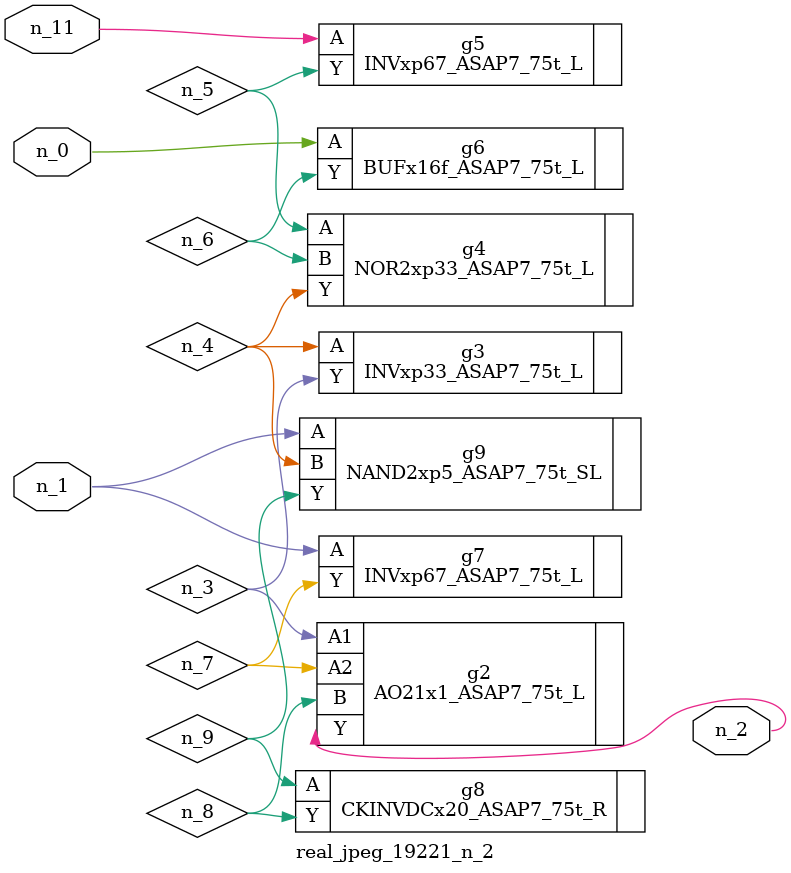
<source format=v>
module real_jpeg_19221_n_2 (n_1, n_11, n_0, n_2);

input n_1;
input n_11;
input n_0;

output n_2;

wire n_5;
wire n_4;
wire n_8;
wire n_6;
wire n_7;
wire n_3;
wire n_9;

BUFx16f_ASAP7_75t_L g6 ( 
.A(n_0),
.Y(n_6)
);

INVxp67_ASAP7_75t_L g7 ( 
.A(n_1),
.Y(n_7)
);

NAND2xp5_ASAP7_75t_SL g9 ( 
.A(n_1),
.B(n_4),
.Y(n_9)
);

AO21x1_ASAP7_75t_L g2 ( 
.A1(n_3),
.A2(n_7),
.B(n_8),
.Y(n_2)
);

INVxp33_ASAP7_75t_L g3 ( 
.A(n_4),
.Y(n_3)
);

NOR2xp33_ASAP7_75t_L g4 ( 
.A(n_5),
.B(n_6),
.Y(n_4)
);

CKINVDCx20_ASAP7_75t_R g8 ( 
.A(n_9),
.Y(n_8)
);

INVxp67_ASAP7_75t_L g5 ( 
.A(n_11),
.Y(n_5)
);


endmodule
</source>
